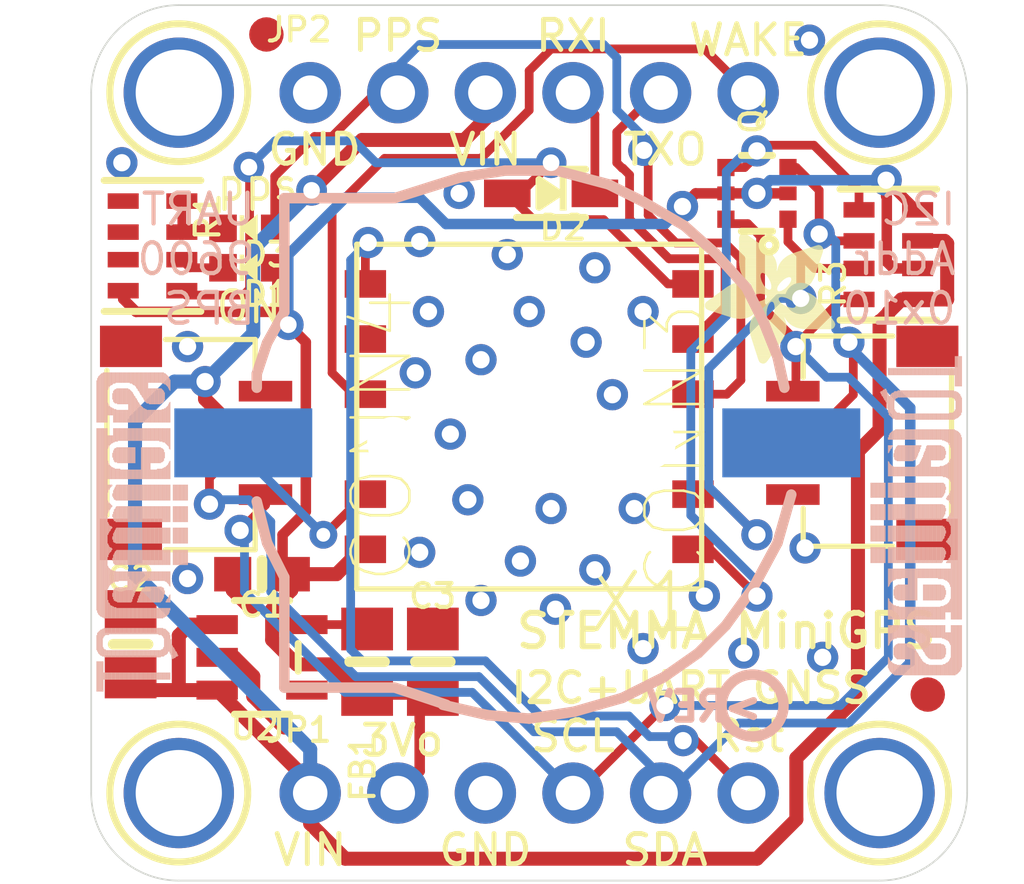
<source format=kicad_pcb>
(kicad_pcb (version 20211014) (generator pcbnew)
  (layers (0 "F.Cu" signal) (31 "B.Cu" signal) (34 "B.Paste" user) (35 "F.Paste" user) (36 "B.SilkS" user "B.Silkscreen") (37 "F.SilkS" user "F.Silkscreen") (38 "B.Mask" user) (39 "F.Mask" user) (44 "Edge.Cuts" user))
  (net 0 "")
  (net 1 "GND")
  (net 2 "SDA")
  (net 3 "SCL")
  (net 4 "SCL_3V")
  (net 5 "SDA_3V")
  (net 6 "3.3V")
  (net 7 "VCC")
  (net 8 "1PPS")
  (net 9 "TXO")
  (net 10 "RXI")
  (net 11 "VBACKUP")
  (net 12 "WAKEUP")
  (net 13 "~{RESET}")
  (net 14 "RXI_3V")
  (net 15 "N$1")
  (net 16 "N$2")
  (net 17 "OUT")
  (footprint "boardEagle:SOD-323" (layer "F.Cu") (at 149.1361 97.7646 180)
    (fp_text reference "D2" (at -1.1 -1) (layer "F.SilkS") (effects (font (size 0.692831 0.692831) (thickness 0.119969)) (justify right)))
    (fp_text value "1N4148")
    (pad "A" smd rect (at 1.27 0 180) (size 1.35 0.8) (layers "F.Cu" "F.Paste" "F.Mask") (net 14 "RXI_3V"))
    (pad "C" smd rect (at -1.27 0 180) (size 1.35 0.8) (layers "F.Cu" "F.Paste" "F.Mask") (net 10 "RXI"))
  )
  (footprint "boardEagle:FIDUCIAL_1MM" (layer "F.Cu") (at 160.0581 112.3061)
    (fp_text reference "FID3" hide)
    (fp_text value "FIDUCIAL_1MM" hide)
    (pad "1" smd roundrect (at 0 0) (size 1 1) (layers "F.Cu" "F.Mask") (roundrect_rratio 0.5))
  )
  (footprint "boardEagle:JST_SH4" (layer "F.Cu") (at 158.6611 105.0036 90)
    (fp_text reference "CONN3" (at -4.6 -5.9 90) (layer "F.SilkS") (effects (font (size 1.703222 1.703222) (thickness 0.074778)) (justify left)))
    (fp_text value "STEMMA_I2C_QT" hide)
    (pad "1" smd rect (at -1.5 -2.514 180) (size 1.55 0.6) (layers "F.Cu" "F.Paste" "F.Mask") (net 1 "GND"))
    (pad "2" smd rect (at -0.5 -2.514 180) (size 1.55 0.6) (layers "F.Cu" "F.Paste" "F.Mask") (net 7 "VCC"))
    (pad "3" smd rect (at 0.5 -2.514 180) (size 1.55 0.6) (layers "F.Cu" "F.Paste" "F.Mask") (net 2 "SDA"))
    (pad "4" smd rect (at 1.5 -2.514 180) (size 1.55 0.6) (layers "F.Cu" "F.Paste" "F.Mask") (net 3 "SCL"))
    (pad "MT1" smd rect (at -2.8 1.386 180) (size 1.8 1.2) (layers "F.Cu" "F.Paste" "F.Mask"))
    (pad "MT2" smd rect (at 2.8 1.386 180) (size 1.8 1.2) (layers "F.Cu" "F.Paste" "F.Mask"))
  )
  (footprint "boardEagle:GPS_PA1010D" (layer "F.Cu") (at 148.5011 104.2416 180)
    (fp_text reference "X1" (at -4.95 -5.4) (layer "F.SilkS") (effects (font (size 1.647139 1.647139) (thickness 0.130861)) (justify right)))
    (fp_text value "GPS_PA1010D")
    (pad "" np_thru_hole circle (at 0 -0.5 180) (size 3 3) (drill 3) (layers *.Cu *.Mask))
    (pad "1" smd rect (at -4.75 -3.85 180) (size 1.2 0.8) (layers "F.Cu" "F.Paste" "F.Mask") (net 5 "SDA_3V"))
    (pad "2" smd rect (at -4.75 -2.25 180) (size 1.2 0.8) (layers "F.Cu" "F.Paste" "F.Mask") (net 4 "SCL_3V"))
    (pad "3" smd rect (at -4.75 0.65 180) (size 1.2 0.8) (layers "F.Cu" "F.Paste" "F.Mask") (net 8 "1PPS"))
    (pad "4" smd rect (at -4.75 2.25 180) (size 1.2 0.8) (layers "F.Cu" "F.Paste" "F.Mask") (net 9 "TXO"))
    (pad "5" smd rect (at -4.75 3.85 180) (size 1.2 0.8) (layers "F.Cu" "F.Paste" "F.Mask") (net 14 "RXI_3V"))
    (pad "6" smd rect (at 4.75 3.85 180) (size 1.2 0.8) (layers "F.Cu" "F.Paste" "F.Mask") (net 13 "~{RESET}"))
    (pad "7" smd rect (at 4.75 2.25 180) (size 1.2 0.8) (layers "F.Cu" "F.Paste" "F.Mask") (net 1 "GND"))
    (pad "8" smd rect (at 4.75 0.65 180) (size 1.2 0.8) (layers "F.Cu" "F.Paste" "F.Mask") (net 12 "WAKEUP"))
    (pad "9" smd rect (at 4.75 -2.25 180) (size 1.2 0.8) (layers "F.Cu" "F.Paste" "F.Mask") (net 11 "VBACKUP"))
    (pad "10" smd rect (at 4.75 -3.85 180) (size 1.2 0.8) (layers "F.Cu" "F.Paste" "F.Mask") (net 6 "3.3V"))
  )
  (footprint "boardEagle:RESPACK_4X0603" (layer "F.Cu") (at 158.9151 99.5426 90)
    (fp_text reference "R3" (at -1.6 -1.6 90) (layer "F.SilkS") (effects (font (size 0.692831 0.692831) (thickness 0.119969)) (justify left)))
    (fp_text value "10K")
    (pad "1" smd rect (at -1.3 0.85 90) (size 0.45 0.9) (layers "F.Cu" "F.Paste" "F.Mask") (net 7 "VCC"))
    (pad "2" smd rect (at -0.4 0.85 90) (size 0.45 0.9) (layers "F.Cu" "F.Paste" "F.Mask") (net 6 "3.3V"))
    (pad "3" smd rect (at 0.4 0.85 90) (size 0.45 0.9) (layers "F.Cu" "F.Paste" "F.Mask") (net 7 "VCC"))
    (pad "4" smd rect (at 1.3 0.85 90) (size 0.45 0.9) (layers "F.Cu" "F.Paste" "F.Mask") (net 6 "3.3V"))
    (pad "5" smd rect (at 1.3 -0.85 90) (size 0.45 0.9) (layers "F.Cu" "F.Paste" "F.Mask") (net 5 "SDA_3V"))
    (pad "6" smd rect (at 0.4 -0.85 90) (size 0.45 0.9) (layers "F.Cu" "F.Paste" "F.Mask") (net 2 "SDA"))
    (pad "7" smd rect (at -0.4 -0.85 90) (size 0.45 0.9) (layers "F.Cu" "F.Paste" "F.Mask") (net 4 "SCL_3V"))
    (pad "8" smd rect (at -1.3 -0.85 90) (size 0.45 0.9) (layers "F.Cu" "F.Paste" "F.Mask") (net 3 "SCL"))
  )
  (footprint "boardEagle:FIDUCIAL_1MM" (layer "F.Cu") (at 140.8811 93.1545)
    (fp_text reference "FID4" hide)
    (fp_text value "FIDUCIAL_1MM" hide)
    (pad "1" smd roundrect (at 0 0) (size 1 1) (layers "F.Cu" "F.Mask") (roundrect_rratio 0.5))
  )
  (footprint "boardEagle:RESPACK_4X0603" (layer "F.Cu") (at 137.5791 99.2886 -90)
    (fp_text reference "R1" (at -1.6 -1.6 90) (layer "F.SilkS") (effects (font (size 0.692831 0.692831) (thickness 0.119969)) (justify right)))
    (fp_text value "10K")
    (pad "1" smd rect (at -1.3 0.85 270) (size 0.45 0.9) (layers "F.Cu" "F.Paste" "F.Mask") (net 1 "GND"))
    (pad "2" smd rect (at -0.4 0.85 270) (size 0.45 0.9) (layers "F.Cu" "F.Paste" "F.Mask") (net 1 "GND"))
    (pad "3" smd rect (at 0.4 0.85 270) (size 0.45 0.9) (layers "F.Cu" "F.Paste" "F.Mask") (net 1 "GND"))
    (pad "4" smd rect (at 1.3 0.85 270) (size 0.45 0.9) (layers "F.Cu" "F.Paste" "F.Mask") (net 6 "3.3V"))
    (pad "5" smd rect (at 1.3 -0.85 270) (size 0.45 0.9) (layers "F.Cu" "F.Paste" "F.Mask") (net 14 "RXI_3V"))
    (pad "6" smd rect (at 0.4 -0.85 270) (size 0.45 0.9) (layers "F.Cu" "F.Paste" "F.Mask") (net 15 "N$1"))
    (pad "7" smd rect (at -0.4 -0.85 270) (size 0.45 0.9) (layers "F.Cu" "F.Paste" "F.Mask") (net 16 "N$2"))
    (pad "8" smd rect (at -1.3 -0.85 270) (size 0.45 0.9) (layers "F.Cu" "F.Paste" "F.Mask") (net 16 "N$2"))
  )
  (footprint "boardEagle:0805-NO" (layer "F.Cu") (at 143.8021 111.3536 -90)
    (fp_text reference "FB1" (at 2.032 0.127 90) (layer "F.SilkS") (effects (font (size 0.692831 0.692831) (thickness 0.119969)) (justify right)))
    (fp_text value "FERRITE")
    (pad "1" smd rect (at -0.95 0 270) (size 1.24 1.5) (layers "F.Cu" "F.Paste" "F.Mask") (net 17 "OUT"))
    (pad "2" smd rect (at 0.95 0 270) (size 1.24 1.5) (layers "F.Cu" "F.Paste" "F.Mask") (net 6 "3.3V"))
  )
  (footprint "boardEagle:SOT23-5" (layer "F.Cu") (at 140.7541 111.2266 -90)
    (fp_text reference "U2" (at 2.032 -0.562) (layer "F.SilkS") (effects (font (size 0.692831 0.692831) (thickness 0.119969)) (justify right)))
    (fp_text value "AP2112K-3.3")
    (pad "1" smd rect (at -0.95 1.3001 270) (size 0.55 1.2) (layers "F.Cu" "F.Paste" "F.Mask") (net 7 "VCC"))
    (pad "2" smd rect (at 0 1.3001 270) (size 0.55 1.2) (layers "F.Cu" "F.Paste" "F.Mask") (net 1 "GND"))
    (pad "3" smd rect (at 0.95 1.3001 270) (size 0.55 1.2) (layers "F.Cu" "F.Paste" "F.Mask") (net 7 "VCC"))
    (pad "4" smd rect (at 0.95 -1.3001 270) (size 0.55 1.2) (layers "F.Cu" "F.Paste" "F.Mask"))
    (pad "5" smd rect (at -0.95 -1.3001 270) (size 0.55 1.2) (layers "F.Cu" "F.Paste" "F.Mask") (net 17 "OUT"))
  )
  (footprint "boardEagle:JST_SH4" (layer "F.Cu") (at 138.3411 105.0036 -90)
    (fp_text reference "CONN4" (at -4.6 -5.9 90) (layer "F.SilkS") (effects (font (size 1.703222 1.703222) (thickness 0.074778)) (justify right)))
    (fp_text value "STEMMA_I2C_QT" hide)
    (pad "1" smd rect (at -1.5 -2.514) (size 1.55 0.6) (layers "F.Cu" "F.Paste" "F.Mask") (net 1 "GND"))
    (pad "2" smd rect (at -0.5 -2.514) (size 1.55 0.6) (layers "F.Cu" "F.Paste" "F.Mask") (net 7 "VCC"))
    (pad "3" smd rect (at 0.5 -2.514) (size 1.55 0.6) (layers "F.Cu" "F.Paste" "F.Mask") (net 2 "SDA"))
    (pad "4" smd rect (at 1.5 -2.514) (size 1.55 0.6) (layers "F.Cu" "F.Paste" "F.Mask") (net 3 "SCL"))
    (pad "MT1" smd rect (at -2.8 1.386) (size 1.8 1.2) (layers "F.Cu" "F.Paste" "F.Mask"))
    (pad "MT2" smd rect (at 2.8 1.386) (size 1.8 1.2) (layers "F.Cu" "F.Paste" "F.Mask"))
  )
  (footprint "boardEagle:SOT363" (layer "F.Cu") (at 155.1051 97.7646 90)
    (fp_text reference "Q2" (at 1.651 -0.127 90) (layer "F.SilkS") (effects (font (size 0.692831 0.692831) (thickness 0.119969)) (justify left)))
    (fp_text value "BSS138")
    (pad "1" smd rect (at -0.75 0.9 90) (size 0.5 0.5) (layers "F.Cu" "F.Paste" "F.Mask") (net 4 "SCL_3V"))
    (pad "2" smd rect (at 0 0.9 90) (size 0.4 0.5) (layers "F.Cu" "F.Paste" "F.Mask") (net 6 "3.3V"))
    (pad "3" smd rect (at 0.75 0.9 90) (size 0.5 0.5) (layers "F.Cu" "F.Paste" "F.Mask") (net 2 "SDA"))
    (pad "4" smd rect (at 0.75 -0.9 90) (size 0.5 0.5) (layers "F.Cu" "F.Paste" "F.Mask") (net 5 "SDA_3V"))
    (pad "5" smd rect (at 0 -0.9 90) (size 0.4 0.5) (layers "F.Cu" "F.Paste" "F.Mask") (net 6 "3.3V"))
    (pad "6" smd rect (at -0.75 -0.9 90) (size 0.5 0.5) (layers "F.Cu" "F.Paste" "F.Mask") (net 3 "SCL"))
  )
  (footprint "boardEagle:1X06_ROUND_70" (layer "F.Cu") (at 148.5011 115.1636)
    (fp_text reference "JP1" (at -7.6962 -1.8288) (layer "F.SilkS") (effects (font (size 0.692831 0.692831) (thickness 0.119969)) (justify left)))
    (fp_text value "")
    (pad "1" thru_hole circle (at -6.35 0 90) (size 1.778 1.778) (drill 1) (layers *.Cu *.Mask) (net 7 "VCC"))
    (pad "2" thru_hole circle (at -3.81 0 90) (size 1.778 1.778) (drill 1) (layers *.Cu *.Mask) (net 6 "3.3V"))
    (pad "3" thru_hole circle (at -1.27 0 90) (size 1.778 1.778) (drill 1) (layers *.Cu *.Mask) (net 1 "GND"))
    (pad "4" thru_hole circle (at 1.27 0 90) (size 1.778 1.778) (drill 1) (layers *.Cu *.Mask) (net 3 "SCL"))
    (pad "5" thru_hole circle (at 3.81 0 90) (size 1.778 1.778) (drill 1) (layers *.Cu *.Mask) (net 2 "SDA"))
    (pad "6" thru_hole circle (at 6.35 0 90) (size 1.778 1.778) (drill 1) (layers *.Cu *.Mask) (net 13 "~{RESET}"))
  )
  (footprint "boardEagle:CHIPLED_0603_NOOUTLINE" (layer "F.Cu") (at 140.3731 99.9236 90)
    (fp_text reference "D1" (at -0.762 1.27) (layer "F.SilkS") (effects (font (size 0.692831 0.692831) (thickness 0.119969)) (justify right)))
    (fp_text value "GREEN")
    (pad "A" smd rect (at 0 0.75 90) (size 0.8 0.8) (layers "F.Cu" "F.Paste" "F.Mask") (net 6 "3.3V"))
    (pad "C" smd rect (at 0 -0.75 90) (size 0.8 0.8) (layers "F.Cu" "F.Paste" "F.Mask") (net 15 "N$1"))
  )
  (footprint "boardEagle:0805-NO" (layer "F.Cu") (at 136.9441 110.8456 90)
    (fp_text reference "C2" (at 1.905 -0.762) (layer "F.SilkS") (effects (font (size 0.692831 0.692831) (thickness 0.119969)) (justify left)))
    (fp_text value "10uF")
    (pad "1" smd rect (at -0.95 0 90) (size 1.24 1.5) (layers "F.Cu" "F.Paste" "F.Mask") (net 7 "VCC"))
    (pad "2" smd rect (at 0.95 0 90) (size 1.24 1.5) (layers "F.Cu" "F.Paste" "F.Mask") (net 1 "GND"))
  )
  (footprint "boardEagle:MOUNTINGHOLE_2.5_PLATED" (layer "F.Cu") (at 138.3411 94.8436)
    (fp_text reference "U$1" hide)
    (fp_text value "MOUNTINGHOLE2.5" hide)
    (pad "P$1" thru_hole circle (at 0 0) (size 3.2 3.2) (drill 2.5) (layers *.Cu *.Mask))
  )
  (footprint "boardEagle:CHIPLED_0603_NOOUTLINE" (layer "F.Cu") (at 140.3731 98.7806 90)
    (fp_text reference "D3" (at -0.762 1.27) (layer "F.SilkS") (effects (font (size 0.692831 0.692831) (thickness 0.119969)) (justify right)))
    (fp_text value "RED")
    (pad "A" smd rect (at 0 0.75 90) (size 0.8 0.8) (layers "F.Cu" "F.Paste" "F.Mask") (net 8 "1PPS"))
    (pad "C" smd rect (at 0 -0.75 90) (size 0.8 0.8) (layers "F.Cu" "F.Paste" "F.Mask") (net 16 "N$2"))
  )
  (footprint "boardEagle:0805-NO" (layer "F.Cu") (at 145.7071 111.3536 90)
    (fp_text reference "C3" (at 1.905 -0.762) (layer "F.SilkS") (effects (font (size 0.692831 0.692831) (thickness 0.119969)) (justify left)))
    (fp_text value "10uF")
    (pad "1" smd rect (at -0.95 0 90) (size 1.24 1.5) (layers "F.Cu" "F.Paste" "F.Mask") (net 6 "3.3V"))
    (pad "2" smd rect (at 0.95 0 90) (size 1.24 1.5) (layers "F.Cu" "F.Paste" "F.Mask") (net 1 "GND"))
  )
  (footprint "boardEagle:0603-NO" (layer "F.Cu") (at 140.7541 108.8136 180)
    (fp_text reference "C1" (at -0.762 -0.889) (layer "F.SilkS") (effects (font (size 0.692831 0.692831) (thickness 0.119969)) (justify right)))
    (fp_text value "0.1uF")
    (pad "1" smd rect (at -0.85 0 180) (size 1.075 1) (layers "F.Cu" "F.Paste" "F.Mask") (net 6 "3.3V"))
    (pad "2" smd rect (at 0.85 0 180) (size 1.075 1) (layers "F.Cu" "F.Paste" "F.Mask") (net 1 "GND"))
  )
  (footprint "boardEagle:ADAFRUIT_3.5MM" (layer "F.Cu") (at 157.3911 98.9076 180)
    (fp_text reference "U$22" hide)
    (fp_text value "" hide)
  )
  (footprint "boardEagle:1X06_ROUND_70" (layer "F.Cu") (at 148.5011 94.8436)
    (fp_text reference "JP2" (at -7.6962 -1.8288) (layer "F.SilkS") (effects (font (size 0.692831 0.692831) (thickness 0.119969)) (justify left)))
    (fp_text value "")
    (pad "1" thru_hole circle (at -6.35 0 90) (size 1.778 1.778) (drill 1) (layers *.Cu *.Mask) (net 1 "GND"))
    (pad "2" thru_hole circle (at -3.81 0 90) (size 1.778 1.778) (drill 1) (layers *.Cu *.Mask) (net 8 "1PPS"))
    (pad "3" thru_hole circle (at -1.27 0 90) (size 1.778 1.778) (drill 1) (layers *.Cu *.Mask) (net 7 "VCC"))
    (pad "4" thru_hole circle (at 1.27 0 90) (size 1.778 1.778) (drill 1) (layers *.Cu *.Mask) (net 10 "RXI"))
    (pad "5" thru_hole circle (at 3.81 0 90) (size 1.778 1.778) (drill 1) (layers *.Cu *.Mask) (net 9 "TXO"))
    (pad "6" thru_hole circle (at 6.35 0 90) (size 1.778 1.778) (drill 1) (layers *.Cu *.Mask) (net 12 "WAKEUP"))
  )
  (footprint "boardEagle:MOUNTINGHOLE_2.5_PLATED" (layer "F.Cu") (at 138.3411 115.1636)
    (fp_text reference "U$19" hide)
    (fp_text value "MOUNTINGHOLE2.5" hide)
    (pad "P$1" thru_hole circle (at 0 0) (size 3.2 3.2) (drill 2.5) (layers *.Cu *.Mask))
  )
  (footprint "boardEagle:MOUNTINGHOLE_2.5_PLATED" (layer "F.Cu") (at 158.6611 115.1636)
    (fp_text reference "U$21" hide)
    (fp_text value "MOUNTINGHOLE2.5" hide)
    (pad "P$1" thru_hole circle (at 0 0) (size 3.2 3.2) (drill 2.5) (layers *.Cu *.Mask))
  )
  (footprint "boardEagle:MOUNTINGHOLE_2.5_PLATED" (layer "F.Cu") (at 158.6611 94.8436)
    (fp_text reference "U$17" hide)
    (fp_text value "MOUNTINGHOLE2.5" hide)
    (pad "P$1" thru_hole circle (at 0 0) (size 3.2 3.2) (drill 2.5) (layers *.Cu *.Mask))
  )
  (footprint "boardEagle:STEMMAQT" (layer "B.Cu") (at 138.5951 102.9716 -90)
    (fp_text reference "U$31" hide)
    (fp_text value "" hide)
  )
  (footprint "boardEagle:CR1220-2" (layer "B.Cu") (at 148.5011 105.0036 180)
    (fp_text reference "B1" (at -1.602 0.14) (layer "B.SilkS") (effects (font (size 0.692831 0.692831) (thickness 0.119969)) (justify left mirror)))
    (fp_text value "")
    (pad "" np_thru_hole circle (at 3.95 0 180) (size 1.5 1.5) (drill 1.5) (layers *.Cu *.Mask))
    (pad "" np_thru_hole circle (at -3.5 0 180) (size 1.5 1.5) (drill 1.5) (layers *.Cu *.Mask))
    (pad "+" smd rect (at 8.29 0 180) (size 4 2) (layers "B.Cu" "B.Paste" "B.Mask") (net 11 "VBACKUP"))
    (pad "-" smd rect (at -7.6 0 180) (size 4 2) (layers "B.Cu" "B.Paste" "B.Mask") (net 1 "GND"))
  )
  (footprint "boardEagle:PCBFEAT-REV-040" (layer "B.Cu") (at 154.9781 112.6236 180)
    (fp_text reference "U$25" hide)
    (fp_text value "" hide)
    (fp_text user ">REV" (at -0.3556 -0.508) (layer "B.SilkS") (effects (font (size 0.8128 0.8128) (thickness 0.2032)) (justify left bottom mirror)))
  )
  (footprint "boardEagle:STEMMAQT" (layer "B.Cu") (at 158.4071 111.7346 90)
    (fp_text reference "U$30" hide)
    (fp_text value "" hide)
  )
  (gr_line (start 161.2011 115.1636) (end 161.2011 94.8436) (layer "Edge.Cuts") (width 0.05))
  (gr_arc (start 158.6611 92.3036) (mid 160.457151 93.047549) (end 161.2011 94.8436) (layer "Edge.Cuts") (width 0.05))
  (gr_arc (start 161.2011 115.1636) (mid 160.457151 116.959651) (end 158.6611 117.7036) (layer "Edge.Cuts") (width 0.05))
  (gr_arc (start 138.3411 117.7036) (mid 136.545049 116.959651) (end 135.8011 115.1636) (layer "Edge.Cuts") (width 0.05))
  (gr_line (start 158.6611 92.3036) (end 138.3411 92.3036) (layer "Edge.Cuts") (width 0.05))
  (gr_line (start 135.8011 94.8436) (end 135.8011 115.1636) (layer "Edge.Cuts") (width 0.05))
  (gr_line (start 138.3411 117.7036) (end 158.6611 117.7036) (layer "Edge.Cuts") (width 0.05))
  (gr_arc (start 135.8011 94.8436) (mid 136.545049 93.047549) (end 138.3411 92.3036) (layer "Edge.Cuts") (width 0.05))
  (gr_text "I2C\nAddr\n0x10" (at 160.9471 99.6696) (layer "B.SilkS") (effects (font (size 0.89408 0.89408) (thickness 0.12192)) (justify left mirror)))
  (gr_text "UART\n9600\nBPS" (at 140.6271 99.6696) (layer "B.SilkS") (effects (font (size 0.89408 0.89408) (thickness 0.12192)) (justify left mirror)))
  (gr_text "RXI" (at 149.7711 93.1926) (layer "F.SilkS") (effects (font (size 0.87376 0.87376) (thickness 0.14224))))
  (gr_text "I2C+UART GNSS" (at 153.2001 112.1156) (layer "F.SilkS") (effects (font (size 0.8636 0.8636) (thickness 0.1524))))
  (gr_text "Rst" (at 154.8511 113.5126) (layer "F.SilkS") (effects (font (size 0.87376 0.87376) (thickness 0.14224))))
  (gr_text "3Vo" (at 144.8181 113.6396) (layer "F.SilkS") (effects (font (size 0.87376 0.87376) (thickness 0.14224))))
  (gr_text "pps" (at 140.6271 97.5106) (layer "F.SilkS") (effects (font (size 0.89408 0.89408) (thickness 0.12192))))
  (gr_text "VIN" (at 147.2311 96.4946) (layer "F.SilkS") (effects (font (size 0.87376 0.87376) (thickness 0.14224))))
  (gr_text "GND" (at 147.2311 116.8146) (layer "F.SilkS") (effects (font (size 0.87376 0.87376) (thickness 0.14224))))
  (gr_text "PPS" (at 144.6911 93.1926) (layer "F.SilkS") (effects (font (size 0.87376 0.87376) (thickness 0.14224))))
  (gr_text "SCL" (at 149.7711 113.5126) (layer "F.SilkS") (effects (font (size 0.87376 0.87376) (thickness 0.14224))))
  (gr_text "STEMMA MiniGPS" (at 154.2161 110.4646) (layer "F.SilkS") (effects (font (size 0.97155 0.97155) (thickness 0.17145))))
  (gr_text "TXO" (at 152.4381 96.4946) (layer "F.SilkS") (effects (font (size 0.87376 0.87376) (thickness 0.14224))))
  (gr_text "GND" (at 142.2781 96.4946) (layer "F.SilkS") (effects (font (size 0.87376 0.87376) (thickness 0.14224))))
  (gr_text "ON" (at 140.3731 101.0666) (layer "F.SilkS") (effects (font (size 0.89408 0.89408) (thickness 0.12192))))
  (gr_text "VIN" (at 142.1511 116.8146) (layer "F.SilkS") (effects (font (size 0.87376 0.87376) (thickness 0.14224))))
  (gr_text "WAKE" (at 154.8511 93.3196) (layer "F.SilkS") (effects (font (size 0.87376 0.87376) (thickness 0.14224))))
  (gr_text "SDA" (at 152.4381 116.8146) (layer "F.SilkS") (effects (font (size 0.87376 0.87376) (thickness 0.14224))))
  (segment (start 140.5001 112.360594) (end 141.398106 113.2586) (width 0.4064) (layer "F.Cu") (net 1))
  (segment (start 140.5001 111.772963) (end 140.5001 112.360594) (width 0.4064) (layer "F.Cu") (net 1))
  (segment (start 139.9041 109.276963) (end 140.4382 109.811063) (width 0.4064) (layer "F.Cu") (net 1))
  (segment (start 139.9041 108.8136) (end 139.9041 109.276963) (width 0.4064) (layer "F.Cu") (net 1))
  (segment (start 139.953737 111.2266) (end 140.5001 111.772963) (width 0.4064) (layer "F.Cu") (net 1))
  (segment (start 136.9441 109.8956) (end 137.2641 109.8956) (width 0.4064) (layer "F.Cu") (net 1))
  (segment (start 141.398106 113.2586) (end 141.5161 113.2586) (width 0.4064) (layer "F.Cu") (net 1))
  (segment (start 139.454 111.2266) (end 139.953737 111.2266) (width 0.4064) (layer "F.Cu") (net 1))
  (via (at 146.4691 97.7646) (size 0.9064) (drill 0.5) (layers "F.Cu" "B.Cu") (net 1))
  (via (at 153.5811 109.4486) (size 0.9064) (drill 0.5) (layers "F.Cu" "B.Cu") (net 1))
  (via (at 151.5491 106.9086) (size 0.9064) (drill 0.5) (layers "F.Cu" "B.Cu") (net 1))
  (via (at 150.1521 102.0826) (size 0.9064) (drill 0.5) (layers "F.Cu" "B.Cu") (net 1))
  (via (at 150.4061 108.6866) (size 0.9064) (drill 0.5) (layers "F.Cu" "B.Cu") (net 1))
  (via (at 145.1991 102.9716) (size 0.9064) (drill 0.5) (layers "F.Cu" "B.Cu") (net 1))
  (via (at 138.5951 108.9406) (size 0.9064) (drill 0.5) (layers "F.Cu" "B.Cu") (net 1))
  (via (at 150.4061 99.9236) (size 0.9064) (drill 0.5) (layers "F.Cu" "B.Cu") (net 1))
  (via (at 151.8031 110.9726) (size 0.9064) (drill 0.5) (layers "F.Cu" "B.Cu") (net 1))
  (via (at 138.5951 102.2096) (size 0.9064) (drill 0.5) (layers "F.Cu" "B.Cu") (net 1))
  (via (at 136.6901 96.8756) (size 0.9064) (drill 0.5) (layers "F.Cu" "B.Cu") (net 1))
  (via (at 148.2471 108.4326) (size 0.9064) (drill 0.5) (layers "F.Cu" "B.Cu") (net 1))
  (via (at 150.9141 103.6066) (size 0.9064) (drill 0.5) (layers "F.Cu" "B.Cu") (net 1))
  (via (at 156.6291 93.3196) (size 0.9064) (drill 0.5) (layers "F.Cu" "B.Cu") (net 1))
  (via (at 145.3261 108.1786) (size 0.9064) (drill 0.5) (layers "F.Cu" "B.Cu") (net 1))
  (via (at 149.1361 106.9086) (size 0.9064) (drill 0.5) (layers "F.Cu" "B.Cu") (net 1))
  (via (at 145.3261 99.1616) (size 0.9064) (drill 0.5) (layers "F.Cu" "B.Cu") (net 1))
  (via (at 146.7231 106.6546) (size 0.9064) (drill 0.5) (layers "F.Cu" "B.Cu") (net 1))
  (via (at 147.1041 109.5756) (size 0.9064) (drill 0.5) (layers "F.Cu" "B.Cu") (net 1))
  (via (at 146.2151 104.7496) (size 0.9064) (drill 0.5) (layers "F.Cu" "B.Cu") (net 1))
  (via (at 148.5011 101.1936) (size 0.9064) (drill 0.5) (layers "F.Cu" "B.Cu") (net 1))
  (via (at 147.8661 99.5426) (size 0.9064) (drill 0.5) (layers "F.Cu" "B.Cu") (net 1))
  (via (at 149.2631 109.8296) (size 0.9064) (drill 0.5) (layers "F.Cu" "B.Cu") (net 1))
  (via (at 151.8031 101.1936) (size 0.9064) (drill 0.5) (layers "F.Cu" "B.Cu") (net 1))
  (via (at 156.5021 108.0516) (size 0.9064) (drill 0.5) (layers "F.Cu" "B.Cu") (net 1))
  (via (at 154.7241 111.0996) (size 0.9064) (drill 0.5) (layers "F.Cu" "B.Cu") (net 1))
  (via (at 147.1041 102.5906) (size 0.9064) (drill 0.5) (layers "F.Cu" "B.Cu") (net 1))
  (via (at 145.5801 101.1936) (size 0.9064) (drill 0.5) (layers "F.Cu" "B.Cu") (net 1))
  (via (at 157.0101 111.2266) (size 0.9064) (drill 0.5) (layers "F.Cu" "B.Cu") (net 1))
  (segment (start 157.8991 103.6066) (end 157.0021 104.5036) (width 0.254) (layer "F.Cu") (net 2))
  (segment (start 156.248518 97.0146) (end 156.0051 97.0146) (width 0.254) (layer "F.Cu") (net 2))
  (segment (start 157.0482 98.9457) (end 157.2451 99.1426) (width 0.254) (layer "F.Cu") (net 2))
  (segment (start 157.8991 102.2096) (end 157.7721 102.0826) (width 0.254) (layer "F.Cu") (net 2))
  (segment (start 140.8551 105.5036) (end 139.7461 105.5036) (width 0.254) (layer "F.Cu") (net 2))
  (segment (start 157.8991 102.2096) (end 157.8991 103.6066) (width 0.254) (layer "F.Cu") (net 2))
  (segment (start 156.909712 97.675794) (end 156.909712 98.9457) (width 0.254) (layer "F.Cu") (net 2))
  (segment (start 139.7461 105.5036) (end 139.2301 106.0196) (width 0.254) (layer "F.Cu") (net 2))
  (segment (start 156.1471 104.5036) (end 157.0021 104.5036) (width 0.254) (layer "F.Cu") (net 2))
  (segment (start 156.909712 97.675794) (end 156.248518 97.0146) (width 0.254) (layer "F.Cu") (net 2))
  (segment (start 157.2451 99.1426) (end 158.0651 99.1426) (width 0.254) (layer "F.Cu") (net 2))
  (segment (start 139.2301 106.0196) (end 139.2301 106.7816) (width 0.254) (layer "F.Cu") (net 2))
  (segment (start 156.909712 98.9457) (end 157.0482 98.9457) (width 0.254) (layer "F.Cu") (net 2))
  (via (at 157.7721 102.0826) (size 0.9064) (drill 0.5) (layers "F.Cu" "B.Cu") (net 2))
  (via (at 139.2301 106.7816) (size 0.9064) (drill 0.5) (layers "F.Cu" "B.Cu") (net 2))
  (via (at 156.909712 98.9457) (size 0.9064) (drill 0.5) (layers "F.Cu" "B.Cu") (net 2))
  (segment (start 139.2301 106.7816) (end 139.3571 106.6546) (width 0.254) (layer "B.Cu") (net 2))
  (segment (start 143.4719 111.7854) (end 147.039481 111.7854) (width 0.254) (layer "B.Cu") (net 2))
  (segment (start 147.039481 111.7854) (end 148.639681 113.3856) (width 0.254) (layer "B.Cu") (net 2))
  (segment (start 157.7721 102.0826) (end 157.7086 102.1461) (width 0.3048) (layer "B.Cu") (net 2))
  (segment (start 157.7721 102.0826) (end 157.3911 101.7016) (width 0.254) (layer "B.Cu") (net 2))
  (segment (start 141.0081 107.2896) (end 140.3731 106.6546) (width 0.254) (layer "B.Cu") (net 2))
  (segment (start 157.7721 113.1316) (end 159.5501 111.3536) (width 0.254) (layer "B.Cu") (net 2))
  (segment (start 152.3111 114.6556) (end 152.3111 115.1636) (width 0.254) (layer "B.Cu") (net 2))
  (segment (start 140.3731 106.6546) (end 139.3571 106.6546) (width 0.254) (layer "B.Cu") (net 2))
  (segment (start 141.0081 107.2896) (end 141.0081 109.3216) (width 0.254) (layer "B.Cu") (net 2))
  (segment (start 154.582606 113.1316) (end 157.7721 113.1316) (width 0.254) (layer "B.Cu") (net 2))
  (segment (start 154.582606 113.1316) (end 152.550606 115.1636) (width 0.254) (layer "B.Cu") (net 2))
  (segment (start 157.163712 98.9457) (end 156.909712 98.9457) (width 0.254) (layer "B.Cu") (net 2))
  (segment (start 159.5501 111.3536) (end 159.5501 103.9876) (width 0.3048) (layer "B.Cu") (net 2))
  (segment (start 141.0081 109.3216) (end 143.4719 111.7854) (width 0.254) (layer "B.Cu") (net 2))
  (segment (start 157.3911 99.173088) (end 157.3911 101.7016) (width 0.254) (layer "B.Cu") (net 2))
  (segment (start 151.0411 113.3856) (end 152.3111 114.6556) (width 0.254) (layer "B.Cu") (net 2))
  (segment (start 148.639681 113.3856) (end 151.0411 113.3856) (width 0.254) (layer "B.Cu") (net 2))
  (segment (start 157.3911 99.173088) (end 157.163712 98.9457) (width 0.254) (layer "B.Cu") (net 2))
  (segment (start 152.3111 115.1636) (end 152.550606 115.1636) (width 0.254) (layer "B.Cu") (net 2))
  (segment (start 159.5501 103.9876) (end 157.7086 102.1461) (width 0.3048) (layer "B.Cu") (net 2))
  (segment (start 140.8551 106.5036) (end 140.8551 106.8076) (width 0.254) (layer "F.Cu") (net 3))
  (segment (start 156.2826 102.082) (end 155.2107 101.0101) (width 0.254) (layer "F.Cu") (net 3))
  (segment (start 157.5571 100.8426) (end 156.2826 102.1171) (width 0.254) (layer "F.Cu") (net 3))
  (segment (start 140.8551 106.8076) (end 140.1191 107.5436) (width 0.254) (layer "F.Cu") (net 3))
  (segment (start 154.8401 98.6426) (end 154.3331 98.6426) (width 0.254) (layer "F.Cu") (net 3))
  (segment (start 155.2107 101.0101) (end 155.2107 99.0132) (width 0.254) (layer "F.Cu") (net 3))
  (segment (start 156.2826 102.082) (end 156.2826 102.1171) (width 0.254) (layer "F.Cu") (net 3))
  (segment (start 156.2826 102.1171) (end 156.2354 102.1643) (width 0.254) (layer "F.Cu") (net 3))
  (segment (start 154.2051 98.5146) (end 154.3331 98.6426) (width 0.254) (layer "F.Cu") (net 3))
  (segment (start 156.2354 103.3526) (end 156.1471 103.4409) (width 0.254) (layer "F.Cu") (net 3))
  (segment (start 149.8981 115.1636) (end 149.7711 115.1636) (width 0.254) (layer "F.Cu") (net 3))
  (segment (start 156.2354 102.2096) (end 156.2354 103.3526) (width 0.254) (layer "F.Cu") (net 3))
  (segment (start 158.0651 100.8426) (end 157.5571 100.8426) (width 0.254) (layer "F.Cu") (net 3))
  (segment (start 152.4381 112.6236) (end 149.8981 115.1636) (width 0.254) (layer "F.Cu") (net 3))
  (segment (start 155.2107 99.0132) (end 154.8401 98.6426) (width 0.254) (layer "F.Cu") (net 3))
  (segment (start 156.2354 102.1643) (end 156.2354 102.2096) (width 0.254) (layer "F.Cu") (net 3))
  (segment (start 156.1471 103.4409) (end 156.1471 103.5036) (width 0.3048) (layer "F.Cu") (net 3))
  (via (at 152.4381 112.6236) (size 0.9064) (drill 0.5) (layers "F.Cu" "B.Cu") (net 3))
  (via (at 140.1191 107.5436) (size 0.9064) (drill 0.5) (layers "F.Cu" "B.Cu") (net 3))
  (via (at 156.2354 102.2096) (size 0.9064) (drill 0.5) (layers "F.Cu" "B.Cu") (net 3))
  (segment (start 157.5181 112.6236) (end 152.4381 112.6236) (width 0.254) (layer "B.Cu") (net 3))
  (segment (start 140.1191 107.5436) (end 140.2461 107.6706) (width 0.254) (layer "B.Cu") (net 3))
  (segment (start 140.2461 109.3216) (end 143.1671 112.2426) (width 0.254) (layer "B.Cu") (net 3))
  (segment (start 157.7594 103.0986) (end 157.1244 103.0986) (width 0.254) (layer "B.Cu") (net 3))
  (segment (start 158.9151 111.2266) (end 157.5181 112.6236) (width 0.254) (layer "B.Cu") (net 3))
  (segment (start 158.9151 104.2543) (end 157.7594 103.0986) (width 0.254) (layer "B.Cu") (net 3))
  (segment (start 158.9151 104.2543) (end 158.9151 111.2266) (width 0.254) (layer "B.Cu") (net 3))
  (segment (start 156.2354 102.2096) (end 157.1244 103.0986) (width 0.254) (layer "B.Cu") (net 3))
  (segment (start 140.2461 107.6706) (end 140.2461 109.3216) (width 0.254) (layer "B.Cu") (net 3))
  (segment (start 143.1671 112.2426) (end 146.8501 112.2426) (width 0.254) (layer "B.Cu") (net 3))
  (segment (start 146.8501 112.2426) (end 149.7711 115.1636) (width 0.254) (layer "B.Cu") (net 3))
  (segment (start 156.3751 99.5426) (end 156.7751 99.9426) (width 0.254) (layer "F.Cu") (net 4))
  (segment (start 158.065096 99.9426) (end 157.3911 99.9426) (width 0.254) (layer "F.Cu") (net 4))
  (segment (start 157.3911 99.9426) (end 156.7751 99.9426) (width 0.254) (layer "F.Cu") (net 4))
  (segment (start 153.9261 106.4916) (end 155.1051 107.6706) (width 0.254) (layer "F.Cu") (net 4))
  (segment (start 156.3751 99.5426) (end 156.3751 100.8126) (width 0.254) (layer "F.Cu") (net 4))
  (segment (start 153.2511 106.4916) (end 153.9261 106.4916) (width 0.254) (layer "F.Cu") (net 4))
  (segment (start 156.0051 98.5146) (end 156.0051 99.1726) (width 0.254) (layer "F.Cu") (net 4))
  (segment (start 158.0651 99.9426) (end 158.065096 99.9426) (width 0.254) (layer "F.Cu") (net 4))
  (segment (start 156.0051 99.1726) (end 156.3751 99.5426) (width 0.254) (layer "F.Cu") (net 4))
  (via (at 155.1051 107.6706) (size 0.9064) (drill 0.5) (layers "F.Cu" "B.Cu") (net 4))
  (via (at 156.3751 100.8126) (size 0.9064) (drill 0.5) (layers "F.Cu" "B.Cu") (net 4))
  (segment (start 156.3751 100.8126) (end 155.7401 100.8126) (width 0.254) (layer "B.Cu") (net 4))
  (segment (start 153.7081 102.8446) (end 153.7081 106.2736) (width 0.254) (layer "B.Cu") (net 4))
  (segment (start 153.7081 106.2736) (end 155.1051 107.6706) (width 0.254) (layer "B.Cu") (net 4))
  (segment (start 155.7401 100.8126) (end 153.7081 102.8446) (width 0.254) (layer "B.Cu") (net 4))
  (segment (start 153.7481 108.0916) (end 155.1051 109.4486) (width 0.254) (layer "F.Cu") (net 5))
  (segment (start 155.1671 96.5947) (end 155.1051 96.5327) (width 0.254) (layer "F.Cu") (net 5))
  (segment (start 153.2511 108.0916) (end 153.7481 108.0916) (width 0.254) (layer "F.Cu") (net 5))
  (segment (start 154.7472 97.0146) (end 155.1671 96.5947) (width 0.254) (layer "F.Cu") (net 5))
  (segment (start 154.2051 97.0146) (end 154.7472 97.0146) (width 0.254) (layer "F.Cu") (net 5))
  (segment (start 158.0651 98.2426) (end 158.0651 97.6766) (width 0.254) (layer "F.Cu") (net 5))
  (segment (start 158.0651 97.6766) (end 156.7561 96.3676) (width 0.254) (layer "F.Cu") (net 5))
  (segment (start 156.7561 96.3676) (end 155.2702 96.3676) (width 0.254) (layer "F.Cu") (net 5))
  (segment (start 155.1051 96.5327) (end 155.2702 96.3676) (width 0.254) (layer "F.Cu") (net 5))
  (via (at 155.1051 96.5327) (size 0.9064) (drill 0.5) (layers "F.Cu" "B.Cu") (net 5))
  (via (at 155.1051 109.4486) (size 0.9064) (drill 0.5) (layers "F.Cu" "B.Cu") (net 5))
  (segment (start 154.2161 97.1296) (end 154.5971 96.7486) (width 0.254) (layer "B.Cu") (net 5))
  (segment (start 154.2161 101.3206) (end 154.2161 97.1296) (width 0.254) (layer "B.Cu") (net 5))
  (segment (start 155.1051 96.7486) (end 155.1051 96.5327) (width 0.254) (layer "B.Cu") (net 5))
  (segment (start 153.1874 102.3493) (end 154.2161 101.3206) (width 0.254) (layer "B.Cu") (net 5))
  (segment (start 155.1051 109.4486) (end 155.1051 109.020194) (width 0.254) (layer "B.Cu") (net 5))
  (segment (start 153.1874 107.102494) (end 153.1874 102.3493) (width 0.254) (layer "B.Cu") (net 5))
  (segment (start 154.5971 96.7486) (end 155.1051 96.7486) (width 0.254) (layer "B.Cu") (net 5))
  (segment (start 155.1051 109.020194) (end 153.1874 107.102494) (width 0.254) (layer "B.Cu") (net 5))
  (segment (start 143.6751 112.3036) (end 143.8021 112.3036) (width 0.4064) (layer "F.Cu") (net 6))
  (segment (start 141.0478 110.719938) (end 141.757862 111.43) (width 0.4064) (layer "F.Cu") (net 6))
  (segment (start 159.7651 98.2426) (end 159.7106 98.2426) (width 0.3048) (layer "F.Cu") (net 6))
  (segment (start 142.0241 102.0826) (end 141.5161 101.5746) (width 0.3048) (layer "F.Cu") (net 6))
  (segment (start 142.0241 106.9966) (end 142.0241 102.0826) (width 0.3048) (layer "F.Cu") (net 6))
  (segment (start 141.5161 101.5746) (end 141.1986 101.2571) (width 0.3048) (layer "F.Cu") (net 6))
  (segment (start 137.102315 101.20171) (end 136.7291 100.828494) (width 0.3048) (layer "F.Cu") (net 6))
  (segment (start 143.6351 108.0916) (end 143.7511 108.0916) (width 0.4064) (layer "F.Cu") (net 6))
  (segment (start 159.0611 99.9426) (end 159.7651 99.9426) (width 0.3048) (layer "F.Cu") (net 6))
  (segment (start 155.1051 97.7646) (end 154.2051 97.7646) (width 0.3048) (layer "F.Cu") (net 6))
  (segment (start 143.8021 112.3036) (end 145.3261 112.3036) (width 0.3048) (layer "F.Cu") (net 6))
  (segment (start 141.3501 107.6706) (end 141.3501 108.5596) (width 0.3048) (layer "F.Cu") (net 6))
  (segment (start 158.8707 97.870307) (end 158.8707 99.7522) (width 0.3048) (layer "F.Cu") (net 6))
  (segment (start 143.6751 112.3036) (end 142.8015 111.43) (width 0.4064) (layer "F.Cu") (net 6))
  (segment (start 144.6911 115.1636) (end 145.3261 114.5286) (width 0.3048) (layer "F.Cu") (net 6))
  (segment (start 152.9461 98.1456) (end 153.3271 97.7646) (width 0.3048) (layer "F.Cu") (net 6))
  (segment (start 141.6041 109.276963) (end 141.0478 109.833263) (width 0.4064) (layer "F.Cu") (net 6))
  (segment (start 145.3261 112.3036) (end 145.7071 112.3036) (width 0.3048) (layer "F.Cu") (net 6))
  (segment (start 141.1986 99.8481) (end 141.1231 99.9236) (width 0.3048) (layer "F.Cu") (net 6))
  (segment (start 142.0241 106.9966) (end 141.3501 107.6706) (width 0.3048) (layer "F.Cu") (net 6))
  (segment (start 137.102315 101.20171) (end 141.143209 101.20171) (width 0.3048) (layer "F.Cu") (net 6))
  (segment (start 158.8516 97.3836) (end 158.8516 97.851207) (width 0.3048) (layer "F.Cu") (net 6))
  (segment (start 141.6041 108.8136) (end 141.3501 108.5596) (width 0.3048) (layer "F.Cu") (net 6))
  (segment (start 141.1986 101.2571) (end 141.1986 99.8481) (width 0.3048) (layer "F.Cu") (net 6))
  (segment (start 158.8516 97.851207) (end 158.8707 97.870307) (width 0.3048) (layer "F.Cu") (net 6))
  (segment (start 142.9131 108.8136) (end 143.6351 108.0916) (width 0.4064) (layer "F.Cu") (net 6))
  (segment (start 141.6041 108.8136) (end 142.9131 108.8136) (width 0.4064) (layer "F.Cu") (net 6))
  (segment (start 141.0478 109.833263) (end 141.0478 110.719938) (width 0.4064) (layer "F.Cu") (net 6))
  (segment (start 136.7291 100.5886) (end 136.7291 100.828494) (width 0.3048) (layer "F.Cu") (net 6))
  (segment (start 159.7106 98.2426) (end 158.8516 97.3836) (width 0.3048) (layer "F.Cu") (net 6))
  (segment (start 141.143209 101.20171) (end 141.1986 101.2571) (width 0.3048) (layer "F.Cu") (net 6))
  (segment (start 145.3261 114.5286) (end 145.3261 112.3036) (width 0.3048) (layer "F.Cu") (net 6))
  (segment (start 141.757862 111.43) (end 142.8015 111.43) (width 0.4064) (layer "F.Cu") (net 6))
  (segment (start 156.0051 97.7646) (end 155.1051 97.7646) (width 0.3048) (layer "F.Cu") (net 6))
  (segment (start 141.6041 108.8136) (end 141.6041 109.276963) (width 0.4064) (layer "F.Cu") (net 6))
  (segment (start 159.77235 98.30435) (end 158.8516 97.3836) (width 0.3048) (layer "F.Cu") (net 6))
  (segment (start 158.8707 99.7522) (end 159.0611 99.9426) (width 0.3048) (layer "F.Cu") (net 6))
  (segment (start 154.2051 97.7646) (end 153.3271 97.7646) (width 0.3048) (layer "F.Cu") (net 6))
  (via (at 141.5161 101.5746) (size 0.889) (drill 0.4826) (layers "F.Cu" "B.Cu") (net 6))
  (via (at 152.9461 98.1456) (size 0.9064) (drill 0.5) (layers "F.Cu" "B.Cu") (net 6))
  (via (at 155.1051 97.7646) (size 0.9064) (drill 0.5) (layers "F.Cu" "B.Cu") (net 6))
  (via (at 158.8516 97.3836) (size 0.9064) (drill 0.5) (layers "F.Cu" "B.Cu") (net 6))
  (segment (start 155.1051 97.7646) (end 155.4861 97.3836) (width 0.3048) (layer "B.Cu") (net 6))
  (segment (start 146.0881 98.6536) (end 145.3261 97.8916) (width 0.3048) (layer "B.Cu") (net 6))
  (segment (start 152.4381 98.6536) (end 146.0881 98.6536) (width 0.3048) (layer "B.Cu") (net 6))
  (segment (start 152.9461 98.1456) (end 152.4381 98.6536) (width 0.3048) (layer "B.Cu") (net 6))
  (segment (start 143.1671 97.8916) (end 141.5161 99.5426) (width 0.3048) (layer "B.Cu") (net 6))
  (segment (start 155.4861 97.3836) (end 158.8516 97.3836) (width 0.3048) (layer "B.Cu") (net 6))
  (segment (start 141.5161 99.5426) (end 141.5161 101.5746) (width 0.3048) (layer "B.Cu") (net 6))
  (segment (start 145.3261 97.8916) (end 143.1671 97.8916) (width 0.3048) (layer "B.Cu") (net 6))
  (segment (start 138.3411 112.1766) (end 138.3411 110.5916) (width 0.4064) (layer "F.Cu") (net 7))
  (segment (start 156.2481 114.1476) (end 156.2481 115.9256) (width 0.4064) (layer "F.Cu") (net 7))
  (segment (start 158.0341 105.2496) (end 158.0341 112.3616) (width 0.4064) (layer "F.Cu") (net 7))
  (segment (start 155.1051 117.0686) (end 143.1671 117.0686) (width 0.4064) (layer "F.Cu") (net 7))
  (segment (start 138.6561 110.2766) (end 139.454 110.2766) (width 0.4064) (layer "F.Cu") (net 7))
  (segment (start 139.454 112.1766) (end 138.3411 112.1766) (width 0.4064) (layer "F.Cu") (net 7))
  (segment (start 146.6215 96.2152) (end 143.653093 96.2152) (width 0.4064) (layer "F.Cu") (net 7))
  (segment (start 139.1031 103.7336) (end 139.1031 103.2256) (width 0.4064) (layer "F.Cu") (net 7))
  (segment (start 158.683437 101.474) (end 158.6647 101.474) (width 0.4064) (layer "F.Cu") (net 7))
  (segment (start 160.6215 100.8426) (end 159.7651 100.8426) (width 0.4064) (layer "F.Cu") (net 7))
  (segment (start 158.6611 101.4776) (end 158.6611 104.6226) (width 0.4064) (layer "F.Cu") (net 7))
  (segment (start 158.6647 101.474) (end 158.6611 101.4776) (width 0.4064) (layer "F.Cu") (net 7))
  (segment (start 142.1511 116.0526) (end 142.1511 115.1636) (width 0.4064) (layer "F.Cu") (net 7))
  (segment (start 138.0871 112.1766) (end 137.3251 112.1766) (width 0.4064) (layer "F.Cu") (net 7))
  (segment (start 156.2481 115.9256) (end 155.1051 117.0686) (width 0.4064) (layer "F.Cu") (net 7))
  (segment (start 158.6611 104.6226) (end 158.0341 105.2496) (width 0.4064) (layer "F.Cu") (net 7))
  (segment (start 147.2311 94.8436) (end 147.2311 95.6056) (width 0.4064) (layer "F.Cu") (net 7))
  (segment (start 159.2961 100.8426) (end 158.9215 101.2172) (width 0.4064) (layer "F.Cu") (net 7))
  (segment (start 139.8731 104.5036) (end 139.1031 103.7336) (width 0.4064) (layer "F.Cu") (net 7))
  (segment (start 137.3251 112.1766) (end 136.9441 111.7956) (width 0.4064) (layer "F.Cu") (net 7))
  (segment (start 140.8551 104.5036) (end 139.8731 104.5036) (width 0.4064) (layer "F.Cu") (net 7))
  (segment (start 138.3411 112.1766) (end 138.0871 112.1766) (width 0.4064) (layer "F.Cu") (net 7))
  (segment (start 142.1511 114.8737) (end 139.454 112.1766) (width 0.4064) (layer "F.Cu") (net 7))
  (segment (start 156.1471 105.5036) (end 157.7801 105.5036) (width 0.4064) (layer "F.Cu") (net 7))
  (segment (start 158.9215 101.235938) (end 158.683437 101.474) (width 0.4064) (layer "F.Cu") (net 7))
  (segment (start 143.1671 117.0686) (end 142.1511 116.0526) (width 0.4064) (layer "F.Cu") (net 7))
  (segment (start 143.653093 96.2152) (end 142.190896 97.677397) (width 0.4064) (layer "F.Cu") (net 7))
  (segment (start 159.7651 99.1426) (end 160.5471 99.1426) (width 0.4064) (layer "F.Cu") (net 7))
  (segment (start 160.6215 99.217) (end 160.6215 100.8426) (width 0.4064) (layer "F.Cu") (net 7))
  (segment (start 138.3411 110.5916) (end 138.6561 110.2766) (width 0.4064) (layer "F.Cu") (net 7))
  (segment (start 147.2311 95.6056) (end 146.6215 96.2152) (width 0.4064) (layer "F.Cu") (net 7))
  (segment (start 160.6215 99.217) (end 160.5471 99.1426) (width 0.4064) (layer "F.Cu") (net 7))
  (segment (start 158.0341 112.3616) (end 156.2481 114.1476) (width 0.4064) (layer "F.Cu") (net 7))
  (segment (start 158.0341 105.2496) (end 157.7801 105.5036) (width 0.4064) (layer "F.Cu") (net 7))
  (segment (start 158.9215 101.2172) (end 158.9215 101.235938) (width 0.4064) (layer "F.Cu") (net 7))
  (segment (start 142.1511 115.1636) (end 142.1511 114.8737) (width 0.4064) (layer "F.Cu") (net 7))
  (segment (start 159.7651 100.8426) (end 159.2961 100.8426) (width 0.4064) (layer "F.Cu") (net 7))
  (via (at 139.1031 103.2256) (size 0.9064) (drill 0.5) (layers "F.Cu" "B.Cu") (net 7))
  (via (at 142.190896 97.677397) (size 0.889) (drill 0.4826) (layers "F.Cu" "B.Cu") (net 7))
  (segment (start 137.0711 104.3686) (end 137.0711 108.8136) (width 0.4064) (layer "B.Cu") (net 7))
  (segment (start 142.1511 113.8936) (end 142.1511 115.1636) (width 0.4064) (layer "B.Cu") (net 7))
  (segment (start 142.190896 97.677397) (end 140.5001 99.368194) (width 0.4064) (layer "B.Cu") (net 7))
  (segment (start 138.2141 103.2256) (end 137.0711 104.3686) (width 0.4064) (layer "B.Cu") (net 7))
  (segment (start 139.1031 103.2256) (end 138.2141 103.2256) (width 0.4064) (layer "B.Cu") (net 7))
  (segment (start 137.0711 108.8136) (end 142.1511 113.8936) (width 0.4064) (layer "B.Cu") (net 7))
  (segment (start 139.1031 103.2256) (end 140.5001 101.8286) (width 0.4064) (layer "B.Cu") (net 7))
  (segment (start 140.5001 99.368194) (end 140.5001 101.8286) (width 0.4064) (layer "B.Cu") (net 7))
  (segment (start 154.6385 103.1842) (end 154.6385 99.665444) (width 0.254) (layer "F.Cu") (net 8))
  (segment (start 154.2311 103.5916) (end 154.6385 103.1842) (width 0.254) (layer "F.Cu") (net 8))
  (segment (start 141.1231 97.2686) (end 141.1231 98.7806) (width 0.254) (layer "F.Cu") (net 8))
  (segment (start 144.6911 94.8436) (end 144.0561 94.8436) (width 0.254) (layer "F.Cu") (net 8))
  (segment (start 151.9515 96.643) (end 151.9515 98.397838) (width 0.254) (layer "F.Cu") (net 8))
  (segment (start 144.0561 94.8436) (end 142.7861 96.1136) (width 0.254) (layer "F.Cu") (net 8))
  (segment (start 142.2781 96.1136) (end 141.1231 97.2686) (width 0.254) (layer "F.Cu") (net 8))
  (segment (start 151.8245 96.516) (end 151.9515 96.643) (width 0.254) (layer "F.Cu") (net 8))
  (segment (start 142.7861 96.1136) (end 142.2781 96.1136) (width 0.254) (layer "F.Cu") (net 8))
  (segment (start 154.177256 99.2042) (end 152.757862 99.2042) (width 0.254) (layer "F.Cu") (net 8))
  (segment (start 151.9515 98.397838) (end 152.757862 99.2042) (width 0.254) (layer "F.Cu") (net 8))
  (segment (start 154.6385 99.665444) (end 154.177256 99.2042) (width 0.254) (layer "F.Cu") (net 8))
  (segment (start 153.2511 103.5916) (end 154.2311 103.5916) (width 0.254) (layer "F.Cu") (net 8))
  (via (at 151.8245 96.516) (size 0.9064) (drill 0.5) (layers "F.Cu" "B.Cu") (net 8))
  (segment (start 144.6911 94.0816) (end 145.3261 93.4466) (width 0.254) (layer "B.Cu") (net 8))
  (segment (start 151.8245 96.135) (end 151.0411 95.3516) (width 0.254) (layer "B.Cu") (net 8))
  (segment (start 145.3261 93.4466) (end 150.6601 93.4466) (width 0.254) (layer "B.Cu") (net 8))
  (segment (start 144.6911 94.8436) (end 144.6911 94.0816) (width 0.254) (layer "B.Cu") (net 8))
  (segment (start 151.0411 93.8276) (end 151.0411 95.3516) (width 0.254) (layer "B.Cu") (net 8))
  (segment (start 150.6601 93.4466) (end 151.0411 93.8276) (width 0.254) (layer "B.Cu") (net 8))
  (segment (start 151.8245 96.516) (end 151.8245 96.135) (width 0.254) (layer "B.Cu") (net 8))
  (segment (start 152.1841 94.8436) (end 152.3111 94.8436) (width 0.254) (layer "F.Cu") (net 9))
  (segment (start 154.1813 99.854825) (end 153.987875 99.6614) (width 0.254) (layer "F.Cu") (net 9))
  (segment (start 154.1813 101.0614) (end 154.1813 99.854825) (width 0.254) (layer "F.Cu") (net 9))
  (segment (start 151.0411 95.9866) (end 152.1841 94.8436) (width 0.254) (layer "F.Cu") (net 9))
  (segment (start 152.5569 99.6614) (end 151.4113 98.5158) (width 0.254) (layer "F.Cu") (net 9))
  (segment (start 151.0411 96.8756) (end 151.0411 95.9866) (width 0.254) (layer "F.Cu") (net 9))
  (segment (start 153.2511 101.9916) (end 154.1813 101.0614) (width 0.254) (layer "F.Cu") (net 9))
  (segment (start 151.217875 97.0344) (end 151.1999 97.0344) (width 0.254) (layer "F.Cu") (net 9))
  (segment (start 151.1999 97.0344) (end 151.0411 96.8756) (width 0.254) (layer "F.Cu") (net 9))
  (segment (start 151.4113 97.227825) (end 151.217875 97.0344) (width 0.254) (layer "F.Cu") (net 9))
  (segment (start 151.4113 98.5158) (end 151.4113 97.227825) (width 0.254) (layer "F.Cu") (net 9))
  (segment (start 153.987875 99.6614) (end 152.5569 99.6614) (width 0.254) (layer "F.Cu") (net 9))
  (segment (start 150.4061 95.4786) (end 149.7711 94.8436) (width 0.254) (layer "F.Cu") (net 10))
  (segment (start 150.4061 97.7646) (end 150.4061 95.4786) (width 0.254) (layer "F.Cu") (net 10))
  (segment (start 142.5721 107.6706) (end 142.5321 107.6706) (width 0.254) (layer "F.Cu") (net 11))
  (segment (start 143.7511 106.4916) (end 142.5721 107.6706) (width 0.254) (layer "F.Cu") (net 11))
  (via (at 142.5321 107.6706) (size 0.8064) (drill 0.4) (layers "F.Cu" "B.Cu") (net 11))
  (segment (start 140.2111 105.0036) (end 140.2111 105.3496) (width 0.254) (layer "B.Cu") (net 11))
  (segment (start 140.2111 105.3496) (end 142.5321 107.6706) (width 0.254) (layer "B.Cu") (net 11))
  (segment (start 148.5011 95.3516) (end 148.5011 94.2086) (width 0.254) (layer "F.Cu") (net 12))
  (segment (start 142.7861 102.9716) (end 143.4061 103.5916) (width 0.254) (layer "F.Cu") (net 12))
  (segment (start 149.1361 93.5736) (end 153.5811 93.5736) (width 0.254) (layer "F.Cu") (net 12))
  (segment (start 148.5011 94.2086) (end 149.1361 93.5736) (width 0.254) (layer "F.Cu") (net 12))
  (segment (start 147.1041 96.7486) (end 148.5011 95.3516) (width 0.254) (layer "F.Cu") (net 12))
  (segment (start 143.4061 103.5916) (end 143.7511 103.5916) (width 0.254) (layer "F.Cu") (net 12))
  (segment (start 144.3101 96.7486) (end 147.1041 96.7486) (width 0.254) (layer "F.Cu") (net 12))
  (segment (start 153.5811 93.5736) (end 154.8511 94.8436) (width 0.254) (layer "F.Cu") (net 12))
  (segment (start 142.7861 98.2726) (end 144.3101 96.7486) (width 0.254) (layer "F.Cu") (net 12))
  (segment (start 142.7861 102.9716) (end 142.7861 98.2726) (width 0.254) (layer "F.Cu") (net 12))
  (segment (start 153.33029 113.642791) (end 154.8511 115.1636) (width 0.254) (layer "F.Cu") (net 13))
  (segment (start 143.7511 100.3916) (end 143.7511 99.272957) (width 0.254) (layer "F.Cu") (net 13))
  (segment (start 152.963515 113.642791) (end 153.33029 113.642791) (width 0.254) (layer "F.Cu") (net 13))
  (segment (start 143.832278 99.191779) (end 143.7511 99.272957) (width 0.254) (layer "F.Cu") (net 13))
  (via (at 152.963515 113.642791) (size 0.9064) (drill 0.5) (layers "F.Cu" "B.Cu") (net 13))
  (via (at 143.832278 99.191779) (size 0.9064) (drill 0.5) (layers "F.Cu" "B.Cu") (net 13))
  (segment (start 143.661281 111.3282) (end 147.228862 111.3282) (width 0.254) (layer "B.Cu") (net 13))
  (segment (start 148.829062 112.9284) (end 151.393306 112.9284) (width 0.254) (layer "B.Cu") (net 13))
  (segment (start 147.228862 111.3282) (end 148.829062 112.9284) (width 0.254) (layer "B.Cu") (net 13))
  (segment (start 151.393306 112.9284) (end 151.990206 113.5253) (width 0.254) (layer "B.Cu") (net 13))
  (segment (start 151.990206 113.5253) (end 152.846025 113.5253) (width 0.254) (layer "B.Cu") (net 13))
  (segment (start 143.324278 110.991197) (end 143.661281 111.3282) (width 0.254) (layer "B.Cu") (net 13))
  (segment (start 143.832278 99.191779) (end 143.324278 99.699779) (width 0.254) (layer "B.Cu") (net 13))
  (segment (start 143.324278 99.699779) (end 143.324278 110.991197) (width 0.254) (layer "B.Cu") (net 13))
  (segment (start 152.846025 113.5253) (end 152.963515 113.642791) (width 0.254) (layer "B.Cu") (net 13))
  (segment (start 147.8661 97.7646) (end 148.2471 97.7646) (width 0.254) (layer "F.Cu") (net 14))
  (segment (start 148.6281 98.5266) (end 150.6601 98.5266) (width 0.254) (layer "F.Cu") (net 14))
  (segment (start 140.3929 97.0224) (end 140.3731 97.0026) (width 0.254) (layer "F.Cu") (net 14))
  (segment (start 140.3929 100.5388) (end 140.3929 97.0224) (width 0.254) (layer "F.Cu") (net 14))
  (segment (start 138.4291 100.5886) (end 138.5561 100.7156) (width 0.254) (layer "F.Cu") (net 14))
  (segment (start 149.1361 96.8756) (end 148.2471 97.7646) (width 0.254) (layer "F.Cu") (net 14))
  (segment (start 140.2161 100.7156) (end 138.5561 100.7156) (width 0.254) (layer "F.Cu") (net 14))
  (segment (start 150.6601 98.5266) (end 152.5251 100.3916) (width 0.254) (layer "F.Cu") (net 14))
  (segment (start 140.2161 100.7156) (end 140.3929 100.5388) (width 0.254) (layer "F.Cu") (net 14))
  (segment (start 152.5251 100.3916) (end 153.2511 100.3916) (width 0.254) (layer "F.Cu") (net 14))
  (segment (start 148.6281 98.5266) (end 147.8661 97.7646) (width 0.254) (layer "F.Cu") (net 14))
  (via (at 149.1361 96.8756) (size 0.889) (drill 0.4826) (layers "F.Cu" "B.Cu") (net 14))
  (via (at 140.3731 97.0026) (size 0.889) (drill 0.4826) (layers "F.Cu" "B.Cu") (net 14))
  (segment (start 144.0561 96.8756) (end 149.1361 96.8756) (width 0.254) (layer "B.Cu") (net 14))
  (segment (start 141.1351 96.2406) (end 143.4211 96.2406) (width 0.254) (layer "B.Cu") (net 14))
  (segment (start 140.3731 97.0026) (end 141.1351 96.2406) (width 0.254) (layer "B.Cu") (net 14))
  (segment (start 144.0561 96.8756) (end 143.4211 96.2406) (width 0.254) (layer "B.Cu") (net 14))
  (segment (start 139.6231 99.9236) (end 138.6641 99.9236) (width 0.254) (layer "F.Cu") (net 15))
  (segment (start 138.6641 99.9236) (end 138.4291 99.6886) (width 0.254) (layer "F.Cu") (net 15))
  (segment (start 138.4291 98.8886) (end 138.5371 98.7806) (width 0.254) (layer "F.Cu") (net 16))
  (segment (start 138.5371 98.7806) (end 139.6231 98.7806) (width 0.254) (layer "F.Cu") (net 16))
  (segment (start 138.4291 98.8886) (end 138.4291 97.9886) (width 0.254) (layer "F.Cu") (net 16))
  (segment (start 142.0542 110.2766) (end 143.6751 110.2766) (width 0.254) (layer "F.Cu") (net 17))
  (segment (start 143.6751 110.2766) (end 143.8021 110.4036) (width 0.254) (layer "F.Cu") (net 17))
)
</source>
